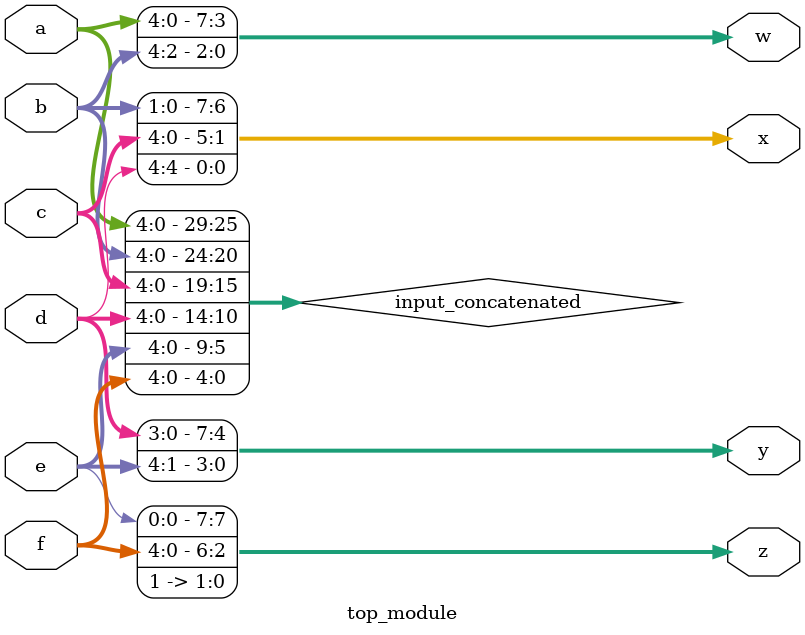
<source format=sv>
module top_module (
    input [4:0] a,
    input [4:0] b,
    input [4:0] c,
    input [4:0] d,
    input [4:0] e,
    input [4:0] f,
    output [7:0] w,
    output [7:0] x,
    output [7:0] y,
    output [7:0] z
);

   wire [29:0] input_concatenated;

   assign input_concatenated = {a, b, c, d, e, f};

   assign {w, x, y, z} = {input_concatenated, 2'b11};

endmodule

</source>
